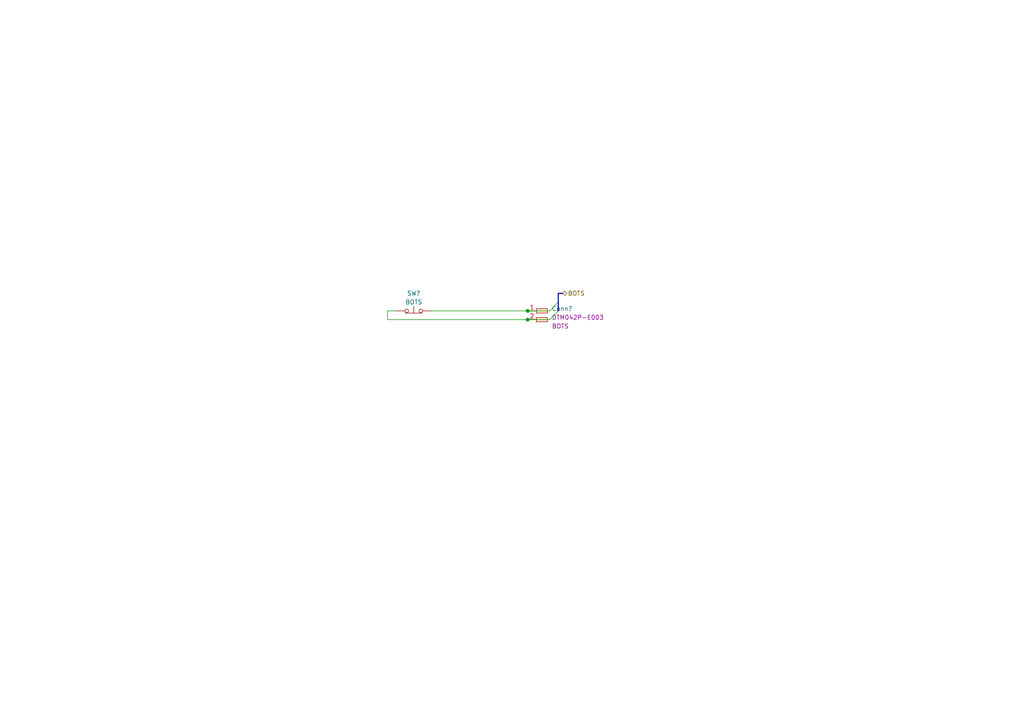
<source format=kicad_sch>
(kicad_sch (version 20230121) (generator eeschema)
  (paper "A4")
  (lib_symbols
    (symbol "Connectors_SUFST:Deutsch_DTM_2P_Pin"
      (property "Reference" "Conn" (at 0 -1.905 0))
      (property "P/N" "DTM042P-E003" (at 0 0 0))
      (symbol "Deutsch_DTM_2P_Pin_0_1"
        (polyline (pts (xy -0.635 -4.445) (xy 1.905 -4.445)))
      )
      (symbol "Deutsch_DTM_2P_Pin_1_1"
        (rectangle (start -3.81 -6.35) (end -0.635 -7.62) (fill (type color) (color 255 229 191 1)))
        (rectangle (start -3.81 -3.81) (end -0.635 -5.08) (fill (type color) (color 255 229 191 1)))
        (pin input line (at 1.905 -6.985 180) (length 2.54) (name "") (number "1"))
        (pin input line (at 1.905 -4.445 180) (length 2.54) (name "") (number "2"))
      )
    )
    (symbol "Switch:SW_Push_Open" (pin_numbers hide) (pin_names (offset 1.016) hide)
      (property "Reference" "SW" (at 0 2.54 0))
      (property "Value" "SW_Push_Open" (at 0 -1.905 0))
      (symbol "SW_Push_Open_0_1"
        (circle (center -2.032 0) (radius 0.508))
        (polyline (pts (xy -2.54 -0.635) (xy 2.54 -0.635)))
        (polyline (pts (xy 0 -0.635) (xy 0 1.27)))
        (circle (center 2.032 0) (radius 0.508))
        (pin passive line (at -5.08 0 0) (length 2.54) (name "A") (number "1"))
      )
      (symbol "SW_Push_Open_1_1"
        (pin passive line (at 5.08 0 180) (length 2.54) (name "B") (number "2"))
      )
    )
  )
  (junction (at 153.035 90.17))
  (junction (at 153.035 92.71))
  (bus_entry (at 159.385 92.71) (size 2.54 -2.54))
  (bus_entry (at 159.385 90.17) (size 2.54 -2.54))
  (bus (pts (xy 161.925 90.17) (xy 161.925 87.63)))
  (bus (pts (xy 161.925 87.63) (xy 161.925 85.09)))
  (wire (pts (xy 153.035 90.17) (xy 159.385 90.17)))
  (wire (pts (xy 114.935 90.17) (xy 112.395 90.17)))
  (wire (pts (xy 112.395 92.71) (xy 153.035 92.71)))
  (bus (pts (xy 161.925 85.09) (xy 163.195 85.09)))
  (wire (pts (xy 125.095 90.17) (xy 153.035 90.17)))
  (wire (pts (xy 112.395 90.17) (xy 112.395 92.71)))
  (wire (pts (xy 153.035 92.71) (xy 159.385 92.71)))
  (hierarchical_label "BOTS" (shape bidirectional) (at 163.195 85.09 0))
  (symbol (lib_id "Connectors_SUFST:Deutsch_DTM_2P_Pin") (at 154.94 97.155 180) (unit 1)
    (property "Reference" "Conn?" (at 160.02 89.535 0) (effects (justify right)))
    (property "Value" "Deutsch_DTM_2P_Pin" (effects hide))
    (property "P/N" "DTM042P-E003" (at 160.02 92.075 0) (effects (justify right)))
    (property "Conn Name" "BOTS" (at 160.02 94.615 0) (effects (justify right)))
    (instances (project "StagX" (path "" (reference "Conn?") (unit 1)) (path "" (reference "Conn?") (unit 1)) (path "" (reference "Conn?") (unit 1)) (path "" (reference "Conn8") (unit 1))))
  )
  (symbol (lib_id "Switch:SW_Push_Open") (at 120.015 90.17 0) (unit 1)
    (property "Reference" "SW?" (at 120.015 85.09 0))
    (property "Value" "BOTS" (at 120.015 87.63 0))
    (instances (project "StagX" (path "" (reference "SW?") (unit 1)) (path "" (reference "SW?") (unit 1)) (path "" (reference "SW?") (unit 1)) (path "" (reference "SW1") (unit 1))))
  )
)
</source>
